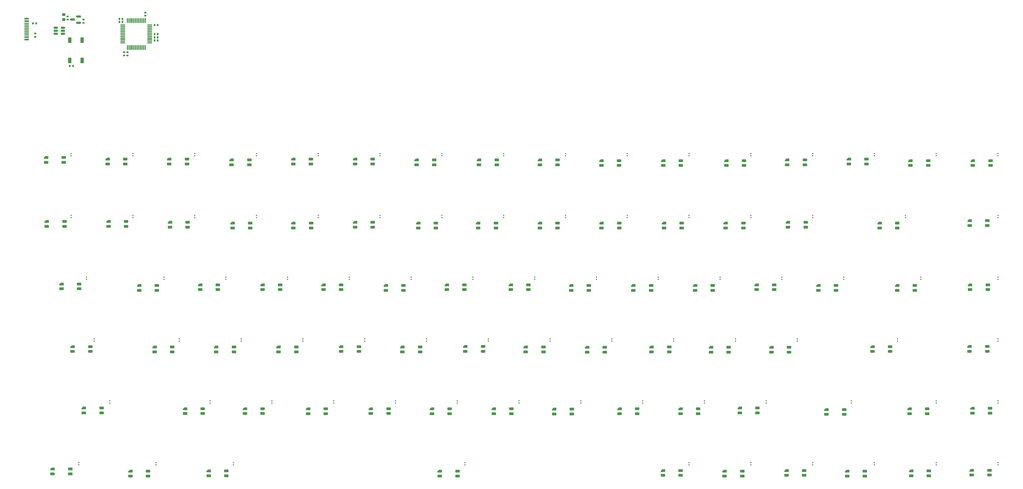
<source format=gbr>
%TF.GenerationSoftware,KiCad,Pcbnew,9.0.3*%
%TF.CreationDate,2025-12-04T16:15:47+02:00*%
%TF.ProjectId,MyCustom_75Keeb,4d794375-7374-46f6-9d5f-37354b656562,2.0.0*%
%TF.SameCoordinates,Original*%
%TF.FileFunction,Paste,Bot*%
%TF.FilePolarity,Positive*%
%FSLAX46Y46*%
G04 Gerber Fmt 4.6, Leading zero omitted, Abs format (unit mm)*
G04 Created by KiCad (PCBNEW 9.0.3) date 2025-12-04 16:15:47*
%MOMM*%
%LPD*%
G01*
G04 APERTURE LIST*
G04 Aperture macros list*
%AMRoundRect*
0 Rectangle with rounded corners*
0 $1 Rounding radius*
0 $2 $3 $4 $5 $6 $7 $8 $9 X,Y pos of 4 corners*
0 Add a 4 corners polygon primitive as box body*
4,1,4,$2,$3,$4,$5,$6,$7,$8,$9,$2,$3,0*
0 Add four circle primitives for the rounded corners*
1,1,$1+$1,$2,$3*
1,1,$1+$1,$4,$5*
1,1,$1+$1,$6,$7*
1,1,$1+$1,$8,$9*
0 Add four rect primitives between the rounded corners*
20,1,$1+$1,$2,$3,$4,$5,0*
20,1,$1+$1,$4,$5,$6,$7,0*
20,1,$1+$1,$6,$7,$8,$9,0*
20,1,$1+$1,$8,$9,$2,$3,0*%
%AMFreePoly0*
4,1,18,-0.410000,0.593000,-0.403758,0.624380,-0.385983,0.650983,-0.359380,0.668758,-0.328000,0.675000,0.328000,0.675000,0.359380,0.668758,0.385983,0.650983,0.403758,0.624380,0.410000,0.593000,0.410000,-0.593000,0.403758,-0.624380,0.385983,-0.650983,0.359380,-0.668758,0.328000,-0.675000,0.000000,-0.675000,-0.410000,-0.265000,-0.410000,0.593000,-0.410000,0.593000,$1*%
G04 Aperture macros list end*
%ADD10RoundRect,0.082000X-0.593000X0.328000X-0.593000X-0.328000X0.593000X-0.328000X0.593000X0.328000X0*%
%ADD11FreePoly0,270.000000*%
%ADD12RoundRect,0.079500X0.100500X-0.079500X0.100500X0.079500X-0.100500X0.079500X-0.100500X-0.079500X0*%
%ADD13RoundRect,0.135000X-0.135000X-0.185000X0.135000X-0.185000X0.135000X0.185000X-0.135000X0.185000X0*%
%ADD14RoundRect,0.140000X0.140000X0.170000X-0.140000X0.170000X-0.140000X-0.170000X0.140000X-0.170000X0*%
%ADD15R,1.450000X0.600000*%
%ADD16R,1.450000X0.300000*%
%ADD17RoundRect,0.150000X0.512500X0.150000X-0.512500X0.150000X-0.512500X-0.150000X0.512500X-0.150000X0*%
%ADD18RoundRect,0.140000X-0.170000X0.140000X-0.170000X-0.140000X0.170000X-0.140000X0.170000X0.140000X0*%
%ADD19RoundRect,0.075000X0.662500X0.075000X-0.662500X0.075000X-0.662500X-0.075000X0.662500X-0.075000X0*%
%ADD20RoundRect,0.075000X0.075000X0.662500X-0.075000X0.662500X-0.075000X-0.662500X0.075000X-0.662500X0*%
%ADD21RoundRect,0.140000X0.170000X-0.140000X0.170000X0.140000X-0.170000X0.140000X-0.170000X-0.140000X0*%
%ADD22RoundRect,0.135000X-0.185000X0.135000X-0.185000X-0.135000X0.185000X-0.135000X0.185000X0.135000X0*%
%ADD23RoundRect,0.140000X-0.140000X-0.170000X0.140000X-0.170000X0.140000X0.170000X-0.140000X0.170000X0*%
%ADD24RoundRect,0.150000X0.587500X0.150000X-0.587500X0.150000X-0.587500X-0.150000X0.587500X-0.150000X0*%
%ADD25RoundRect,0.135000X0.135000X0.185000X-0.135000X0.185000X-0.135000X-0.185000X0.135000X-0.185000X0*%
%ADD26RoundRect,0.218750X-0.256250X0.218750X-0.256250X-0.218750X0.256250X-0.218750X0.256250X0.218750X0*%
%ADD27R,1.000000X1.700000*%
G04 APERTURE END LIST*
D10*
%TO.C,LED81*%
X162287446Y-140185029D03*
X162287446Y-138685029D03*
X156837446Y-140185029D03*
D11*
X156837446Y-138685029D03*
%TD*%
D10*
%TO.C,LED30*%
X297862446Y-63735029D03*
X297862446Y-62235029D03*
X292412446Y-63735029D03*
D11*
X292412446Y-62235029D03*
%TD*%
D10*
%TO.C,LED64*%
X102212446Y-120935029D03*
X102212446Y-119435029D03*
X96762446Y-120935029D03*
D11*
X96762446Y-119435029D03*
%TD*%
D12*
%TO.C,D77*%
X93186250Y-136725000D03*
X93186250Y-136035000D03*
%TD*%
D10*
%TO.C,LED1*%
X40887446Y-43485029D03*
X40887446Y-41985029D03*
X35437446Y-43485029D03*
D11*
X35437446Y-41985029D03*
%TD*%
D12*
%TO.C,D49*%
X95567500Y-98625000D03*
X95567500Y-97935000D03*
%TD*%
D10*
%TO.C,LED58*%
X245887446Y-101985029D03*
X245887446Y-100485029D03*
X240437446Y-101985029D03*
D11*
X240437446Y-100485029D03*
%TD*%
D10*
%TO.C,LED17*%
X41112446Y-63235029D03*
X41112446Y-61735029D03*
X35662446Y-63235029D03*
D11*
X35662446Y-61735029D03*
%TD*%
D13*
%TO.C,R7*%
X31439946Y-710027D03*
X32459946Y-710027D03*
%TD*%
D10*
%TO.C,LED39*%
X184137446Y-82735029D03*
X184137446Y-81235029D03*
X178687446Y-82735029D03*
D11*
X178687446Y-81235029D03*
%TD*%
D10*
%TO.C,LED36*%
X126412446Y-82735029D03*
X126412446Y-81235029D03*
X120962446Y-82735029D03*
D11*
X120962446Y-81235029D03*
%TD*%
D12*
%TO.C,D82*%
X290830000Y-136725000D03*
X290830000Y-136035000D03*
%TD*%
D10*
%TO.C,LED47*%
X49087446Y-101785029D03*
X49087446Y-100285029D03*
X43637446Y-101785029D03*
D11*
X43637446Y-100285029D03*
%TD*%
D10*
%TO.C,LED24*%
X174137446Y-63735029D03*
X174137446Y-62235029D03*
X168687446Y-63735029D03*
D11*
X168687446Y-62235029D03*
%TD*%
D10*
%TO.C,LED80*%
X91012446Y-140135029D03*
X91012446Y-138635029D03*
X85562446Y-140135029D03*
D11*
X85562446Y-138635029D03*
%TD*%
D12*
%TO.C,D24*%
X176530000Y-60525000D03*
X176530000Y-59835000D03*
%TD*%
D14*
%TO.C,C10*%
X59019947Y-287522D03*
X58059947Y-287522D03*
%TD*%
D10*
%TO.C,LED20*%
X98387446Y-63735029D03*
X98387446Y-62235029D03*
X92937446Y-63735029D03*
D11*
X92937446Y-62235029D03*
%TD*%
D12*
%TO.C,D37*%
X147955000Y-79575000D03*
X147955000Y-78885000D03*
%TD*%
%TO.C,D76*%
X69373750Y-136725000D03*
X69373750Y-136035000D03*
%TD*%
D10*
%TO.C,LED31*%
X325662446Y-62985029D03*
X325662446Y-61485029D03*
X320212446Y-62985029D03*
D11*
X320212446Y-61485029D03*
%TD*%
D10*
%TO.C,LED68*%
X159887446Y-120985029D03*
X159887446Y-119485029D03*
X154437446Y-120985029D03*
D11*
X154437446Y-119485029D03*
%TD*%
D12*
%TO.C,D83*%
X309880000Y-136725000D03*
X309880000Y-136035000D03*
%TD*%
%TO.C,D3*%
X81280000Y-41475000D03*
X81280000Y-40785000D03*
%TD*%
%TO.C,D81*%
X271780000Y-136725000D03*
X271780000Y-136035000D03*
%TD*%
%TO.C,D58*%
X267017500Y-98625000D03*
X267017500Y-97935000D03*
%TD*%
%TO.C,D72*%
X283686250Y-117675000D03*
X283686250Y-116985000D03*
%TD*%
D15*
%TO.C,J1*%
X29482446Y-5710029D03*
X29482446Y-4910029D03*
D16*
X29482446Y-3710029D03*
X29482446Y-2710029D03*
X29482446Y-2210029D03*
X29482446Y-1210029D03*
D15*
X29482446Y-10029D03*
X29482446Y789971D03*
X29482446Y789971D03*
X29482446Y-10029D03*
D16*
X29482446Y-710029D03*
X29482446Y-1710029D03*
X29482446Y-3210029D03*
X29482446Y-4210029D03*
D15*
X29482446Y-4910029D03*
X29482446Y-5710029D03*
%TD*%
D17*
%TO.C,U3*%
X40674946Y-2010029D03*
X40674946Y-2960029D03*
X40674946Y-3910029D03*
X38399946Y-3910029D03*
X38399946Y-2960029D03*
X38399946Y-2010029D03*
%TD*%
D10*
%TO.C,LED23*%
X155637446Y-63735029D03*
X155637446Y-62235029D03*
X150187446Y-63735029D03*
D11*
X150187446Y-62235029D03*
%TD*%
D10*
%TO.C,LED7*%
X155137446Y-44235029D03*
X155137446Y-42735029D03*
X149687446Y-44235029D03*
D11*
X149687446Y-42735029D03*
%TD*%
D10*
%TO.C,LED63*%
X83762446Y-120935029D03*
X83762446Y-119435029D03*
X78312446Y-120935029D03*
D11*
X78312446Y-119435029D03*
%TD*%
D12*
%TO.C,D56*%
X228917500Y-98625000D03*
X228917500Y-97935000D03*
%TD*%
D10*
%TO.C,LED2*%
X59887446Y-43985029D03*
X59887446Y-42485029D03*
X54437446Y-43985029D03*
D11*
X54437446Y-42485029D03*
%TD*%
D10*
%TO.C,LED70*%
X197562446Y-121035029D03*
X197562446Y-119535029D03*
X192112446Y-121035029D03*
D11*
X192112446Y-119535029D03*
%TD*%
D12*
%TO.C,D40*%
X205105000Y-79575000D03*
X205105000Y-78885000D03*
%TD*%
D10*
%TO.C,LED26*%
X212137446Y-63735029D03*
X212137446Y-62235029D03*
X206687446Y-63735029D03*
D11*
X206687446Y-62235029D03*
%TD*%
D10*
%TO.C,LED73*%
X254762446Y-120735029D03*
X254762446Y-119235029D03*
X249312446Y-120735029D03*
D11*
X249312446Y-119235029D03*
%TD*%
D12*
%TO.C,D10*%
X214630000Y-41475000D03*
X214630000Y-40785000D03*
%TD*%
%TO.C,D45*%
X305117500Y-79575000D03*
X305117500Y-78885000D03*
%TD*%
D10*
%TO.C,LED5*%
X117112446Y-43985029D03*
X117112446Y-42485029D03*
X111662446Y-43985029D03*
D11*
X111662446Y-42485029D03*
%TD*%
D10*
%TO.C,LED67*%
X141012446Y-120935029D03*
X141012446Y-119435029D03*
X135562446Y-120935029D03*
D11*
X135562446Y-119435029D03*
%TD*%
D10*
%TO.C,LED3*%
X78887446Y-43985029D03*
X78887446Y-42485029D03*
X73437446Y-43985029D03*
D11*
X73437446Y-42485029D03*
%TD*%
D12*
%TO.C,D53*%
X171767500Y-98625000D03*
X171767500Y-97935000D03*
%TD*%
D10*
%TO.C,LED85*%
X287887446Y-140185029D03*
X287887446Y-138685029D03*
X282437446Y-140185029D03*
D11*
X282437446Y-138685029D03*
%TD*%
D12*
%TO.C,D20*%
X100330000Y-60525000D03*
X100330000Y-59835000D03*
%TD*%
%TO.C,D16*%
X328930000Y-41475000D03*
X328930000Y-40785000D03*
%TD*%
D10*
%TO.C,LED25*%
X193137446Y-63735029D03*
X193137446Y-62235029D03*
X187687446Y-63735029D03*
D11*
X187687446Y-62235029D03*
%TD*%
D10*
%TO.C,LED62*%
X52562446Y-120735029D03*
X52562446Y-119235029D03*
X47112446Y-120735029D03*
D11*
X47112446Y-119235029D03*
%TD*%
D12*
%TO.C,D28*%
X252730000Y-60525000D03*
X252730000Y-59835000D03*
%TD*%
D18*
%TO.C,C7*%
X66012446Y2642471D03*
X66012446Y1682471D03*
%TD*%
D10*
%TO.C,LED18*%
X60112446Y-63235029D03*
X60112446Y-61735029D03*
X54662446Y-63235029D03*
D11*
X54662446Y-61735029D03*
%TD*%
D14*
%TO.C,C8*%
X69864946Y-4960029D03*
X68904946Y-4960029D03*
%TD*%
D10*
%TO.C,LED69*%
X178887446Y-120985029D03*
X178887446Y-119485029D03*
X173437446Y-120985029D03*
D11*
X173437446Y-119485029D03*
%TD*%
D12*
%TO.C,D70*%
X238442500Y-117675000D03*
X238442500Y-116985000D03*
%TD*%
D10*
%TO.C,LED41*%
X221962446Y-82935029D03*
X221962446Y-81435029D03*
X216512446Y-82935029D03*
D11*
X216512446Y-81435029D03*
%TD*%
D10*
%TO.C,LED13*%
X269387446Y-44235029D03*
X269387446Y-42735029D03*
X263937446Y-44235029D03*
D11*
X263937446Y-42735029D03*
%TD*%
D12*
%TO.C,D1*%
X43180000Y-41475000D03*
X43180000Y-40785000D03*
%TD*%
%TO.C,D52*%
X152717500Y-98625000D03*
X152717500Y-97935000D03*
%TD*%
%TO.C,D38*%
X167005000Y-79575000D03*
X167005000Y-78885000D03*
%TD*%
%TO.C,D19*%
X81280000Y-60525000D03*
X81280000Y-59835000D03*
%TD*%
%TO.C,D11*%
X233680000Y-41475000D03*
X233680000Y-40785000D03*
%TD*%
%TO.C,D41*%
X224155000Y-79575000D03*
X224155000Y-78885000D03*
%TD*%
D10*
%TO.C,LED9*%
X193137446Y-44235029D03*
X193137446Y-42735029D03*
X187687446Y-44235029D03*
D11*
X187687446Y-42735029D03*
%TD*%
D10*
%TO.C,LED46*%
X325762446Y-82735029D03*
X325762446Y-81235029D03*
X320312446Y-82735029D03*
D11*
X320312446Y-81235029D03*
%TD*%
D12*
%TO.C,D50*%
X114617500Y-98625000D03*
X114617500Y-97935000D03*
%TD*%
%TO.C,D34*%
X90805000Y-79575000D03*
X90805000Y-78885000D03*
%TD*%
D10*
%TO.C,LED48*%
X74362446Y-101935029D03*
X74362446Y-100435029D03*
X68912446Y-101935029D03*
D11*
X68912446Y-100435029D03*
%TD*%
D10*
%TO.C,LED53*%
X170162446Y-101735029D03*
X170162446Y-100235029D03*
X164712446Y-101735029D03*
D11*
X164712446Y-100235029D03*
%TD*%
D10*
%TO.C,LED86*%
X307587446Y-140085029D03*
X307587446Y-138585029D03*
X302137446Y-140085029D03*
D11*
X302137446Y-138585029D03*
%TD*%
D12*
%TO.C,D9*%
X195580000Y-41475000D03*
X195580000Y-40785000D03*
%TD*%
D19*
%TO.C,U1*%
X67424946Y-1210029D03*
X67424946Y-1710029D03*
X67424946Y-2210029D03*
X67424946Y-2710029D03*
X67424946Y-3210029D03*
X67424946Y-3710029D03*
X67424946Y-4210029D03*
X67424946Y-4710029D03*
X67424946Y-5210029D03*
X67424946Y-5710029D03*
X67424946Y-6210029D03*
X67424946Y-6710029D03*
D20*
X66012446Y-8122529D03*
X65512446Y-8122529D03*
X65012446Y-8122529D03*
X64512446Y-8122529D03*
X64012446Y-8122529D03*
X63512446Y-8122529D03*
X63012446Y-8122529D03*
X62512446Y-8122529D03*
X62012446Y-8122529D03*
X61512446Y-8122529D03*
X61012446Y-8122529D03*
X60512446Y-8122529D03*
D19*
X59099946Y-6710029D03*
X59099946Y-6210029D03*
X59099946Y-5710029D03*
X59099946Y-5210029D03*
X59099946Y-4710029D03*
X59099946Y-4210029D03*
X59099946Y-3710029D03*
X59099946Y-3210029D03*
X59099946Y-2710029D03*
X59099946Y-2210029D03*
X59099946Y-1710029D03*
X59099946Y-1210029D03*
D20*
X60512446Y202471D03*
X61012446Y202471D03*
X61512446Y202471D03*
X62012446Y202471D03*
X62512446Y202471D03*
X63012446Y202471D03*
X63512446Y202471D03*
X64012446Y202471D03*
X64512446Y202471D03*
X65012446Y202471D03*
X65512446Y202471D03*
X66012446Y202471D03*
%TD*%
D10*
%TO.C,LED38*%
X164412446Y-82735029D03*
X164412446Y-81235029D03*
X158962446Y-82735029D03*
D11*
X158962446Y-81235029D03*
%TD*%
D12*
%TO.C,D64*%
X124142500Y-117675000D03*
X124142500Y-116985000D03*
%TD*%
D21*
%TO.C,C3*%
X60512443Y-10562530D03*
X60512443Y-9602530D03*
%TD*%
D10*
%TO.C,LED42*%
X240962446Y-82935029D03*
X240962446Y-81435029D03*
X235512446Y-82935029D03*
D11*
X235512446Y-81435029D03*
%TD*%
D12*
%TO.C,D22*%
X138430000Y-60525000D03*
X138430000Y-59835000D03*
%TD*%
D10*
%TO.C,LED44*%
X278962446Y-82935029D03*
X278962446Y-81435029D03*
X273512446Y-82935029D03*
D11*
X273512446Y-81435029D03*
%TD*%
D10*
%TO.C,LED14*%
X288387446Y-43985029D03*
X288387446Y-42485029D03*
X282937446Y-43985029D03*
D11*
X282937446Y-42485029D03*
%TD*%
D21*
%TO.C,C12*%
X42104943Y474722D03*
X42104943Y1434722D03*
%TD*%
D10*
%TO.C,LED71*%
X217687446Y-120985029D03*
X217687446Y-119485029D03*
X212237446Y-120985029D03*
D11*
X212237446Y-119485029D03*
%TD*%
D12*
%TO.C,D23*%
X157480000Y-60525000D03*
X157480000Y-59835000D03*
%TD*%
D10*
%TO.C,LED83*%
X250087446Y-140185029D03*
X250087446Y-138685029D03*
X244637446Y-140185029D03*
D11*
X244637446Y-138685029D03*
%TD*%
D12*
%TO.C,D47*%
X50323750Y-98625000D03*
X50323750Y-97935000D03*
%TD*%
D10*
%TO.C,LED11*%
X231162446Y-44485029D03*
X231162446Y-42985029D03*
X225712446Y-44485029D03*
D11*
X225712446Y-42985029D03*
%TD*%
D12*
%TO.C,D12*%
X252730000Y-41475000D03*
X252730000Y-40785000D03*
%TD*%
%TO.C,D43*%
X262255000Y-79575000D03*
X262255000Y-78885000D03*
%TD*%
%TO.C,D80*%
X252730000Y-136725000D03*
X252730000Y-136035000D03*
%TD*%
%TO.C,D2*%
X62230000Y-41475000D03*
X62230000Y-40785000D03*
%TD*%
D10*
%TO.C,LED12*%
X250612446Y-44485029D03*
X250612446Y-42985029D03*
X245162446Y-44485029D03*
D11*
X245162446Y-42985029D03*
%TD*%
D10*
%TO.C,LED15*%
X307387446Y-44485029D03*
X307387446Y-42985029D03*
X301937446Y-44485029D03*
D11*
X301937446Y-42985029D03*
%TD*%
D12*
%TO.C,D14*%
X290830000Y-41475000D03*
X290830000Y-40785000D03*
%TD*%
D10*
%TO.C,LED76*%
X326487446Y-120785029D03*
X326487446Y-119285029D03*
X321037446Y-120785029D03*
D11*
X321037446Y-119285029D03*
%TD*%
D10*
%TO.C,LED72*%
X236487446Y-120985029D03*
X236487446Y-119485029D03*
X231037446Y-120985029D03*
D11*
X231037446Y-119485029D03*
%TD*%
D12*
%TO.C,D17*%
X43180000Y-60525000D03*
X43180000Y-59835000D03*
%TD*%
%TO.C,D67*%
X181292500Y-117675000D03*
X181292500Y-116985000D03*
%TD*%
D14*
%TO.C,C1*%
X69864947Y-1210030D03*
X68904947Y-1210030D03*
%TD*%
D10*
%TO.C,LED84*%
X269187446Y-139985029D03*
X269187446Y-138485029D03*
X263737446Y-139985029D03*
D11*
X263737446Y-138485029D03*
%TD*%
D12*
%TO.C,D7*%
X157480000Y-41475000D03*
X157480000Y-40785000D03*
%TD*%
D10*
%TO.C,LED32*%
X45662446Y-82485029D03*
X45662446Y-80985029D03*
X40212446Y-82485029D03*
D11*
X40212446Y-80985029D03*
%TD*%
D14*
%TO.C,C9*%
X69864947Y-5942529D03*
X68904947Y-5942529D03*
%TD*%
D10*
%TO.C,LED29*%
X269637446Y-63485029D03*
X269637446Y-61985029D03*
X264187446Y-63485029D03*
D11*
X264187446Y-61985029D03*
%TD*%
D12*
%TO.C,D5*%
X119380000Y-41475000D03*
X119380000Y-40785000D03*
%TD*%
%TO.C,D71*%
X257492500Y-117675000D03*
X257492500Y-116985000D03*
%TD*%
%TO.C,D42*%
X243205000Y-79575000D03*
X243205000Y-78885000D03*
%TD*%
D10*
%TO.C,LED37*%
X145637446Y-82985029D03*
X145637446Y-81485029D03*
X140187446Y-82985029D03*
D11*
X140187446Y-81485029D03*
%TD*%
D10*
%TO.C,LED51*%
X131887446Y-101785029D03*
X131887446Y-100285029D03*
X126437446Y-101785029D03*
D11*
X126437446Y-100285029D03*
%TD*%
D12*
%TO.C,D78*%
X164623750Y-136725000D03*
X164623750Y-136035000D03*
%TD*%
%TO.C,D73*%
X309880000Y-117675000D03*
X309880000Y-116985000D03*
%TD*%
D10*
%TO.C,LED59*%
X264487446Y-101985029D03*
X264487446Y-100485029D03*
X259037446Y-101985029D03*
D11*
X259037446Y-100485029D03*
%TD*%
D12*
%TO.C,D68*%
X200342500Y-117675000D03*
X200342500Y-116985000D03*
%TD*%
%TO.C,D57*%
X247967500Y-98625000D03*
X247967500Y-97935000D03*
%TD*%
%TO.C,D33*%
X71755000Y-79575000D03*
X71755000Y-78885000D03*
%TD*%
D10*
%TO.C,LED79*%
X66887446Y-140185029D03*
X66887446Y-138685029D03*
X61437446Y-140185029D03*
D11*
X61437446Y-138685029D03*
%TD*%
D12*
%TO.C,D4*%
X100330000Y-41475000D03*
X100330000Y-40785000D03*
%TD*%
D22*
%TO.C,R6*%
X32062446Y-3795029D03*
X32062446Y-4815029D03*
%TD*%
D12*
%TO.C,D65*%
X143192500Y-117675000D03*
X143192500Y-116985000D03*
%TD*%
%TO.C,D69*%
X219392500Y-117675000D03*
X219392500Y-116985000D03*
%TD*%
%TO.C,D13*%
X271780000Y-41475000D03*
X271780000Y-40785000D03*
%TD*%
D10*
%TO.C,LED28*%
X250412446Y-63735029D03*
X250412446Y-62235029D03*
X244962446Y-63735029D03*
D11*
X244962446Y-62235029D03*
%TD*%
D12*
%TO.C,D66*%
X162242500Y-117675000D03*
X162242500Y-116985000D03*
%TD*%
%TO.C,D27*%
X233680000Y-60525000D03*
X233680000Y-59835000D03*
%TD*%
%TO.C,D36*%
X128905000Y-79575000D03*
X128905000Y-78885000D03*
%TD*%
D23*
%TO.C,C2*%
X68904946Y-3960030D03*
X69864946Y-3960030D03*
%TD*%
D12*
%TO.C,D74*%
X328930000Y-117675000D03*
X328930000Y-116985000D03*
%TD*%
D10*
%TO.C,LED56*%
X207687446Y-101985029D03*
X207687446Y-100485029D03*
X202237446Y-101985029D03*
D11*
X202237446Y-100485029D03*
%TD*%
D12*
%TO.C,D32*%
X47942500Y-79575000D03*
X47942500Y-78885000D03*
%TD*%
D10*
%TO.C,LED8*%
X174387446Y-44235029D03*
X174387446Y-42735029D03*
X168937446Y-44235029D03*
D11*
X168937446Y-42735029D03*
%TD*%
D10*
%TO.C,LED19*%
X79112446Y-63485029D03*
X79112446Y-61985029D03*
X73662446Y-63485029D03*
D11*
X73662446Y-61985029D03*
%TD*%
D14*
%TO.C,C11*%
X59019949Y694971D03*
X58059949Y694971D03*
%TD*%
D10*
%TO.C,LED65*%
X121687446Y-120985029D03*
X121687446Y-119485029D03*
X116237446Y-120985029D03*
D11*
X116237446Y-119485029D03*
%TD*%
D12*
%TO.C,D15*%
X309880000Y-41475000D03*
X309880000Y-40785000D03*
%TD*%
%TO.C,D6*%
X138430000Y-41475000D03*
X138430000Y-40785000D03*
%TD*%
D10*
%TO.C,LED35*%
X107637446Y-82735029D03*
X107637446Y-81235029D03*
X102187446Y-82735029D03*
D11*
X102187446Y-81235029D03*
%TD*%
D12*
%TO.C,D84*%
X328930000Y-136725000D03*
X328930000Y-136035000D03*
%TD*%
%TO.C,D31*%
X328930000Y-60525000D03*
X328930000Y-59835000D03*
%TD*%
%TO.C,D8*%
X176530000Y-41475000D03*
X176530000Y-40785000D03*
%TD*%
D10*
%TO.C,LED57*%
X227562446Y-101935029D03*
X227562446Y-100435029D03*
X222112446Y-101935029D03*
D11*
X222112446Y-100435029D03*
%TD*%
D10*
%TO.C,LED10*%
X212112446Y-44485029D03*
X212112446Y-42985029D03*
X206662446Y-44485029D03*
D11*
X206662446Y-42985029D03*
%TD*%
D10*
%TO.C,LED60*%
X295687446Y-101785029D03*
X295687446Y-100285029D03*
X290237446Y-101785029D03*
D11*
X290237446Y-100285029D03*
%TD*%
D12*
%TO.C,D18*%
X62230000Y-60525000D03*
X62230000Y-59835000D03*
%TD*%
%TO.C,D61*%
X55086250Y-117675000D03*
X55086250Y-116985000D03*
%TD*%
D10*
%TO.C,LED43*%
X259962446Y-82735029D03*
X259962446Y-81235029D03*
X254512446Y-82735029D03*
D11*
X254512446Y-81235029D03*
%TD*%
D12*
%TO.C,D39*%
X186055000Y-79575000D03*
X186055000Y-78885000D03*
%TD*%
D24*
%TO.C,U4*%
X45484943Y1423722D03*
X45484943Y-476278D03*
X43609943Y473722D03*
%TD*%
D25*
%TO.C,R5*%
X43772441Y-13755025D03*
X42752441Y-13755025D03*
%TD*%
D10*
%TO.C,LED34*%
X88412446Y-82735029D03*
X88412446Y-81235029D03*
X82962446Y-82735029D03*
D11*
X82962446Y-81235029D03*
%TD*%
D12*
%TO.C,D46*%
X328930000Y-79575000D03*
X328930000Y-78885000D03*
%TD*%
%TO.C,D48*%
X76517500Y-98625000D03*
X76517500Y-97935000D03*
%TD*%
D10*
%TO.C,LED61*%
X325612446Y-101735029D03*
X325612446Y-100235029D03*
X320162446Y-101735029D03*
D11*
X320162446Y-100235029D03*
%TD*%
D12*
%TO.C,D30*%
X300355000Y-60525000D03*
X300355000Y-59835000D03*
%TD*%
D10*
%TO.C,LED27*%
X231412446Y-63735029D03*
X231412446Y-62235029D03*
X225962446Y-63735029D03*
D11*
X225962446Y-62235029D03*
%TD*%
D10*
%TO.C,LED16*%
X326612446Y-44485029D03*
X326612446Y-42985029D03*
X321162446Y-44485029D03*
D11*
X321162446Y-42985029D03*
%TD*%
D26*
%TO.C,F1*%
X40852443Y2051220D03*
X40852443Y476220D03*
%TD*%
D12*
%TO.C,D55*%
X209867500Y-98625000D03*
X209867500Y-97935000D03*
%TD*%
%TO.C,D35*%
X109855000Y-79575000D03*
X109855000Y-78885000D03*
%TD*%
D10*
%TO.C,LED87*%
X326287446Y-139885029D03*
X326287446Y-138385029D03*
X320837446Y-139885029D03*
D11*
X320837446Y-138385029D03*
%TD*%
D12*
%TO.C,D62*%
X86042500Y-117675000D03*
X86042500Y-116985000D03*
%TD*%
D27*
%TO.C,SW343*%
X46549947Y-12122529D03*
X46549947Y-5822529D03*
X42749947Y-12122529D03*
X42749947Y-5822529D03*
%TD*%
D10*
%TO.C,LED50*%
X112562446Y-101935029D03*
X112562446Y-100435029D03*
X107112446Y-101935029D03*
D11*
X107112446Y-100435029D03*
%TD*%
D12*
%TO.C,D60*%
X328930000Y-98625000D03*
X328930000Y-97935000D03*
%TD*%
D10*
%TO.C,LED45*%
X303287446Y-82985029D03*
X303287446Y-81485029D03*
X297837446Y-82985029D03*
D11*
X297837446Y-81485029D03*
%TD*%
D10*
%TO.C,LED54*%
X188762446Y-101935029D03*
X188762446Y-100435029D03*
X183312446Y-101935029D03*
D11*
X183312446Y-100435029D03*
%TD*%
D12*
%TO.C,D51*%
X133667500Y-98625000D03*
X133667500Y-97935000D03*
%TD*%
%TO.C,D59*%
X297973750Y-98625000D03*
X297973750Y-97935000D03*
%TD*%
%TO.C,D29*%
X271780000Y-60525000D03*
X271780000Y-59835000D03*
%TD*%
D10*
%TO.C,LED40*%
X202762446Y-82935029D03*
X202762446Y-81435029D03*
X197312446Y-82935029D03*
D11*
X197312446Y-81435029D03*
%TD*%
D12*
%TO.C,D25*%
X195580000Y-60525000D03*
X195580000Y-59835000D03*
%TD*%
D10*
%TO.C,LED22*%
X136137446Y-63485029D03*
X136137446Y-61985029D03*
X130687446Y-63485029D03*
D11*
X130687446Y-61985029D03*
%TD*%
D12*
%TO.C,D63*%
X105092500Y-117675000D03*
X105092500Y-116985000D03*
%TD*%
%TO.C,D21*%
X119380000Y-60525000D03*
X119380000Y-59835000D03*
%TD*%
D10*
%TO.C,LED4*%
X98112446Y-44235029D03*
X98112446Y-42735029D03*
X92662446Y-44235029D03*
D11*
X92662446Y-42735029D03*
%TD*%
D12*
%TO.C,D26*%
X214630000Y-60525000D03*
X214630000Y-59835000D03*
%TD*%
D10*
%TO.C,LED6*%
X136162446Y-43985029D03*
X136162446Y-42485029D03*
X130712446Y-43985029D03*
D11*
X130712446Y-42485029D03*
%TD*%
D10*
%TO.C,LED82*%
X231087446Y-139985029D03*
X231087446Y-138485029D03*
X225637446Y-139985029D03*
D11*
X225637446Y-138485029D03*
%TD*%
D10*
%TO.C,LED74*%
X281487446Y-121185029D03*
X281487446Y-119685029D03*
X276037446Y-121185029D03*
D11*
X276037446Y-119685029D03*
%TD*%
D10*
%TO.C,LED78*%
X42887446Y-139485029D03*
X42887446Y-137985029D03*
X37437446Y-139485029D03*
D11*
X37437446Y-137985029D03*
%TD*%
D10*
%TO.C,LED21*%
X117137446Y-63735029D03*
X117137446Y-62235029D03*
X111687446Y-63735029D03*
D11*
X111687446Y-62235029D03*
%TD*%
D10*
%TO.C,LED49*%
X93362446Y-101935029D03*
X93362446Y-100435029D03*
X87912446Y-101935029D03*
D11*
X87912446Y-100435029D03*
%TD*%
D21*
%TO.C,C13*%
X46989943Y-476278D03*
X46989943Y483722D03*
%TD*%
D10*
%TO.C,LED75*%
X307087446Y-120985029D03*
X307087446Y-119485029D03*
X301637446Y-120985029D03*
D11*
X301637446Y-119485029D03*
%TD*%
D12*
%TO.C,D44*%
X281305000Y-79575000D03*
X281305000Y-78885000D03*
%TD*%
%TO.C,D79*%
X233680000Y-136725000D03*
X233680000Y-136035000D03*
%TD*%
D21*
%TO.C,C6*%
X59529943Y-10562537D03*
X59529943Y-9602537D03*
%TD*%
D12*
%TO.C,D75*%
X45561250Y-136725000D03*
X45561250Y-136035000D03*
%TD*%
D10*
%TO.C,LED33*%
X69612446Y-82985029D03*
X69612446Y-81485029D03*
X64162446Y-82985029D03*
D11*
X64162446Y-81485029D03*
%TD*%
D10*
%TO.C,LED52*%
X150762446Y-101935029D03*
X150762446Y-100435029D03*
X145312446Y-101935029D03*
D11*
X145312446Y-100435029D03*
%TD*%
D12*
%TO.C,D54*%
X190817500Y-98625000D03*
X190817500Y-97935000D03*
%TD*%
M02*

</source>
